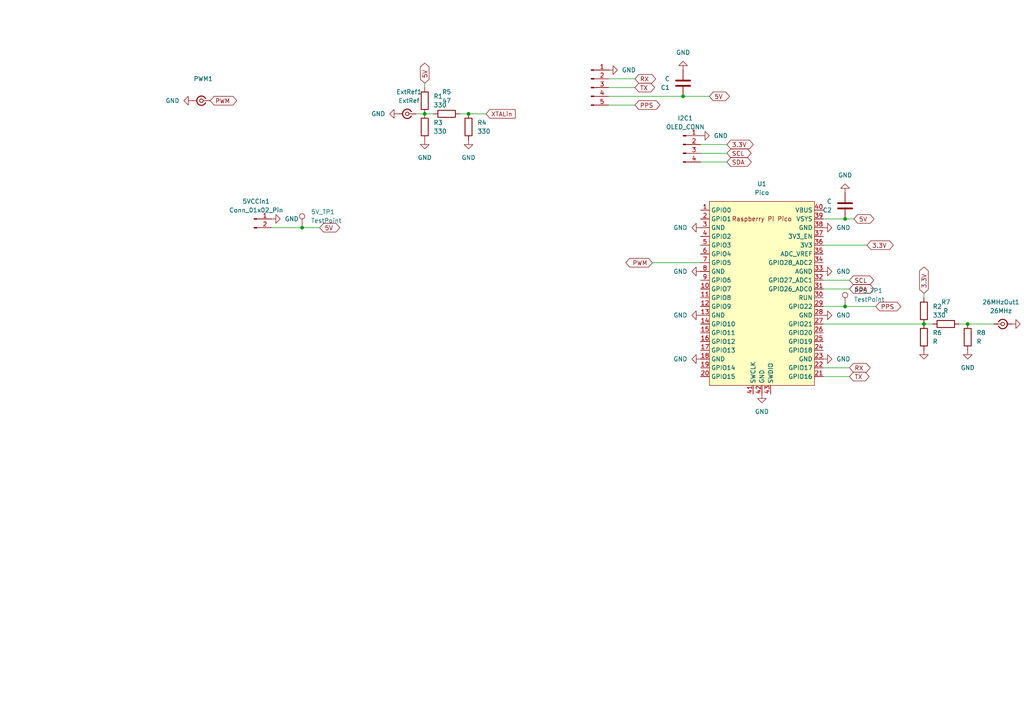
<source format=kicad_sch>
(kicad_sch (version 20231120) (generator "eeschema") (generator_version "8.0")
  (paper "A4")
  (lib_symbols
    (symbol "Connector:Conn_01x02_Pin" (pin_names (offset 1.016) hide)
      (property "Reference" "J" (at 0 2.54 0))
      (property "Value" "Conn_01x02_Pin" (at 0 -5.08 0))
      (symbol "Conn_01x02_Pin_1_1"
        (polyline (pts (xy 1.27 -2.54) (xy 0.8636 -2.54)) (stroke (width 0.1524)))
        (polyline (pts (xy 1.27 0) (xy 0.8636 0)) (stroke (width 0.1524)))
        (rectangle (start 0.8636 -2.413) (end 0 -2.667) (stroke (width 0.1524)) (fill (type outline)))
        (rectangle (start 0.8636 0.127) (end 0 -0.127) (stroke (width 0.1524)) (fill (type outline)))
        (pin passive line (at 5.08 0 180) (length 3.81) (name "Pin_1") (number "1"))
        (pin passive line (at 5.08 -2.54 180) (length 3.81) (name "Pin_2") (number "2"))
      )
    )
    (symbol "Connector:Conn_01x04_Pin" (pin_names (offset 1.016) hide)
      (property "Reference" "J" (at 0 5.08 0))
      (property "Value" "Conn_01x04_Pin" (at 0 -7.62 0))
      (symbol "Conn_01x04_Pin_1_1"
        (polyline (pts (xy 1.27 -5.08) (xy 0.8636 -5.08)) (stroke (width 0.1524)))
        (polyline (pts (xy 1.27 -2.54) (xy 0.8636 -2.54)) (stroke (width 0.1524)))
        (polyline (pts (xy 1.27 0) (xy 0.8636 0)) (stroke (width 0.1524)))
        (polyline (pts (xy 1.27 2.54) (xy 0.8636 2.54)) (stroke (width 0.1524)))
        (rectangle (start 0.8636 -4.953) (end 0 -5.207) (stroke (width 0.1524)) (fill (type outline)))
        (rectangle (start 0.8636 -2.413) (end 0 -2.667) (stroke (width 0.1524)) (fill (type outline)))
        (rectangle (start 0.8636 0.127) (end 0 -0.127) (stroke (width 0.1524)) (fill (type outline)))
        (rectangle (start 0.8636 2.667) (end 0 2.413) (stroke (width 0.1524)) (fill (type outline)))
        (pin passive line (at 5.08 2.54 180) (length 3.81) (name "Pin_1") (number "1"))
        (pin passive line (at 5.08 0 180) (length 3.81) (name "Pin_2") (number "2"))
        (pin passive line (at 5.08 -2.54 180) (length 3.81) (name "Pin_3") (number "3"))
        (pin passive line (at 5.08 -5.08 180) (length 3.81) (name "Pin_4") (number "4"))
      )
    )
    (symbol "Connector:Conn_01x05_Pin" (pin_names (offset 1.016) hide)
      (property "Reference" "J" (at 0 7.62 0))
      (property "Value" "Conn_01x05_Pin" (at 0 -7.62 0))
      (symbol "Conn_01x05_Pin_1_1"
        (polyline (pts (xy 1.27 -5.08) (xy 0.8636 -5.08)) (stroke (width 0.1524)))
        (polyline (pts (xy 1.27 -2.54) (xy 0.8636 -2.54)) (stroke (width 0.1524)))
        (polyline (pts (xy 1.27 0) (xy 0.8636 0)) (stroke (width 0.1524)))
        (polyline (pts (xy 1.27 2.54) (xy 0.8636 2.54)) (stroke (width 0.1524)))
        (polyline (pts (xy 1.27 5.08) (xy 0.8636 5.08)) (stroke (width 0.1524)))
        (rectangle (start 0.8636 -4.953) (end 0 -5.207) (stroke (width 0.1524)) (fill (type outline)))
        (rectangle (start 0.8636 -2.413) (end 0 -2.667) (stroke (width 0.1524)) (fill (type outline)))
        (rectangle (start 0.8636 0.127) (end 0 -0.127) (stroke (width 0.1524)) (fill (type outline)))
        (rectangle (start 0.8636 2.667) (end 0 2.413) (stroke (width 0.1524)) (fill (type outline)))
        (rectangle (start 0.8636 5.207) (end 0 4.953) (stroke (width 0.1524)) (fill (type outline)))
        (pin passive line (at 5.08 5.08 180) (length 3.81) (name "Pin_1") (number "1"))
        (pin passive line (at 5.08 2.54 180) (length 3.81) (name "Pin_2") (number "2"))
        (pin passive line (at 5.08 0 180) (length 3.81) (name "Pin_3") (number "3"))
        (pin passive line (at 5.08 -2.54 180) (length 3.81) (name "Pin_4") (number "4"))
        (pin passive line (at 5.08 -5.08 180) (length 3.81) (name "Pin_5") (number "5"))
      )
    )
    (symbol "Connector:Conn_Coaxial_Small" (pin_numbers hide) (pin_names (offset 1.016) hide)
      (property "Reference" "J" (at 0.254 3.048 0))
      (property "Value" "Conn_Coaxial_Small" (at 0 -3.81 0))
      (symbol "Conn_Coaxial_Small_0_1"
        (polyline (pts (xy -2.54 0) (xy -0.508 0)))
        (circle (center 0 0) (radius 0.508) (stroke (width 0.2032)))
      )
      (symbol "Conn_Coaxial_Small_1_1"
        (arc (start -1.1916 -0.6311) (mid 0.327 -1.3081) (end 1.3484 0.0039) (stroke (width 0.3048)))
        (arc (start 1.3484 -0.0039) (mid 0.327 1.3081) (end -1.1916 0.6311) (stroke (width 0.3048)))
        (pin passive line (at -2.54 0 0) (length 1.27) (name "In") (number "1"))
        (pin passive line (at 2.54 0 180) (length 1.27) (name "Ext") (number "2"))
      )
    )
    (symbol "Connector:TestPoint" (pin_numbers hide) (pin_names (offset 0.762) hide)
      (property "Reference" "TP" (at 0 6.858 0))
      (property "Value" "TestPoint" (at 0 5.08 0))
      (symbol "TestPoint_0_1"
        (circle (center 0 3.302) (radius 0.762))
      )
      (symbol "TestPoint_1_1"
        (pin passive line (at 0 0 90) (length 2.54) (name "1") (number "1"))
      )
    )
    (symbol "Device:C" (pin_numbers hide) (pin_names (offset 0.254))
      (property "Reference" "C" (at 0.635 2.54 0))
      (property "Value" "C" (at 0.635 -2.54 0))
      (symbol "C_0_1"
        (polyline (pts (xy -2.032 -0.762) (xy 2.032 -0.762)) (stroke (width 0.508)))
        (polyline (pts (xy -2.032 0.762) (xy 2.032 0.762)) (stroke (width 0.508)))
      )
      (symbol "C_1_1"
        (pin passive line (at 0 3.81 270) (length 2.794) (name "~") (number "1"))
        (pin passive line (at 0 -3.81 90) (length 2.794) (name "~") (number "2"))
      )
    )
    (symbol "Device:R" (pin_numbers hide) (pin_names (offset 0))
      (property "Reference" "R" (at 2.032 0 90))
      (property "Value" "R" (at 0 0 90))
      (symbol "R_0_1"
        (rectangle (start -1.016 -2.54) (end 1.016 2.54) (stroke (width 0.254)))
      )
      (symbol "R_1_1"
        (pin passive line (at 0 3.81 270) (length 1.27) (name "~") (number "1"))
        (pin passive line (at 0 -3.81 90) (length 1.27) (name "~") (number "2"))
      )
    )
    (symbol "MCU_RaspberryPi_and_Boards:Pico"
      (property "Reference" "U" (at -13.97 27.94 0))
      (property "Value" "Pico" (at 0 19.05 0))
      (symbol "Pico_0_0"
        (text "Raspberry Pi Pico" (at 0 21.59 0) (effects (font (size 1.27 1.27))))
      )
      (symbol "Pico_0_1"
        (rectangle (start -15.24 26.67) (end 15.24 -26.67) (fill (type background)))
      )
      (symbol "Pico_1_1"
        (pin bidirectional line (at -17.78 24.13 0) (length 2.54) (name "GPIO0") (number "1"))
        (pin bidirectional line (at -17.78 1.27 0) (length 2.54) (name "GPIO7") (number "10"))
        (pin bidirectional line (at -17.78 -1.27 0) (length 2.54) (name "GPIO8") (number "11"))
        (pin bidirectional line (at -17.78 -3.81 0) (length 2.54) (name "GPIO9") (number "12"))
        (pin power_in line (at -17.78 -6.35 0) (length 2.54) (name "GND") (number "13"))
        (pin bidirectional line (at -17.78 -8.89 0) (length 2.54) (name "GPIO10") (number "14"))
        (pin bidirectional line (at -17.78 -11.43 0) (length 2.54) (name "GPIO11") (number "15"))
        (pin bidirectional line (at -17.78 -13.97 0) (length 2.54) (name "GPIO12") (number "16"))
        (pin bidirectional line (at -17.78 -16.51 0) (length 2.54) (name "GPIO13") (number "17"))
        (pin power_in line (at -17.78 -19.05 0) (length 2.54) (name "GND") (number "18"))
        (pin bidirectional line (at -17.78 -21.59 0) (length 2.54) (name "GPIO14") (number "19"))
        (pin bidirectional line (at -17.78 21.59 0) (length 2.54) (name "GPIO1") (number "2"))
        (pin bidirectional line (at -17.78 -24.13 0) (length 2.54) (name "GPIO15") (number "20"))
        (pin bidirectional line (at 17.78 -24.13 180) (length 2.54) (name "GPIO16") (number "21"))
        (pin bidirectional line (at 17.78 -21.59 180) (length 2.54) (name "GPIO17") (number "22"))
        (pin power_in line (at 17.78 -19.05 180) (length 2.54) (name "GND") (number "23"))
        (pin bidirectional line (at 17.78 -16.51 180) (length 2.54) (name "GPIO18") (number "24"))
        (pin bidirectional line (at 17.78 -13.97 180) (length 2.54) (name "GPIO19") (number "25"))
        (pin bidirectional line (at 17.78 -11.43 180) (length 2.54) (name "GPIO20") (number "26"))
        (pin bidirectional line (at 17.78 -8.89 180) (length 2.54) (name "GPIO21") (number "27"))
        (pin power_in line (at 17.78 -6.35 180) (length 2.54) (name "GND") (number "28"))
        (pin bidirectional line (at 17.78 -3.81 180) (length 2.54) (name "GPIO22") (number "29"))
        (pin power_in line (at -17.78 19.05 0) (length 2.54) (name "GND") (number "3"))
        (pin input line (at 17.78 -1.27 180) (length 2.54) (name "RUN") (number "30"))
        (pin bidirectional line (at 17.78 1.27 180) (length 2.54) (name "GPIO26_ADC0") (number "31"))
        (pin bidirectional line (at 17.78 3.81 180) (length 2.54) (name "GPIO27_ADC1") (number "32"))
        (pin power_in line (at 17.78 6.35 180) (length 2.54) (name "AGND") (number "33"))
        (pin bidirectional line (at 17.78 8.89 180) (length 2.54) (name "GPIO28_ADC2") (number "34"))
        (pin power_in line (at 17.78 11.43 180) (length 2.54) (name "ADC_VREF") (number "35"))
        (pin power_in line (at 17.78 13.97 180) (length 2.54) (name "3V3") (number "36"))
        (pin input line (at 17.78 16.51 180) (length 2.54) (name "3V3_EN") (number "37"))
        (pin bidirectional line (at 17.78 19.05 180) (length 2.54) (name "GND") (number "38"))
        (pin power_in line (at 17.78 21.59 180) (length 2.54) (name "VSYS") (number "39"))
        (pin bidirectional line (at -17.78 16.51 0) (length 2.54) (name "GPIO2") (number "4"))
        (pin power_in line (at 17.78 24.13 180) (length 2.54) (name "VBUS") (number "40"))
        (pin input line (at -2.54 -29.21 90) (length 2.54) (name "SWCLK") (number "41"))
        (pin power_in line (at 0 -29.21 90) (length 2.54) (name "GND") (number "42"))
        (pin bidirectional line (at 2.54 -29.21 90) (length 2.54) (name "SWDIO") (number "43"))
        (pin bidirectional line (at -17.78 13.97 0) (length 2.54) (name "GPIO3") (number "5"))
        (pin bidirectional line (at -17.78 11.43 0) (length 2.54) (name "GPIO4") (number "6"))
        (pin bidirectional line (at -17.78 8.89 0) (length 2.54) (name "GPIO5") (number "7"))
        (pin power_in line (at -17.78 6.35 0) (length 2.54) (name "GND") (number "8"))
        (pin bidirectional line (at -17.78 3.81 0) (length 2.54) (name "GPIO6") (number "9"))
      )
    )
    (symbol "power:GND" (power) (pin_numbers hide) (pin_names (offset 0) hide)
      (property "Value" "GND" (at 0 -3.81 0))
      (symbol "GND_0_1"
        (polyline (pts (xy 0 0) (xy 0 -1.27) (xy 1.27 -1.27) (xy 0 -2.54) (xy -1.27 -1.27) (xy 0 -1.27)))
      )
      (symbol "GND_1_1"
        (pin power_in line (at 0 0 270) (length 0) (name "~") (number "1"))
      )
    )
  )
  (junction (at 135.89 33.02))
  (junction (at 280.67 93.98))
  (junction (at 123.19 33.02))
  (junction (at 87.63 66.04))
  (junction (at 245.11 63.5))
  (junction (at 267.97 93.98))
  (junction (at 245.11 88.9))
  (junction (at 198.12 27.94))
  (wire (pts (xy 176.53 27.94) (xy 198.12 27.94)))
  (wire (pts (xy 238.76 93.98) (xy 267.97 93.98)))
  (wire (pts (xy 245.11 88.9) (xy 254 88.9)))
  (wire (pts (xy 176.53 30.48) (xy 184.15 30.48)))
  (wire (pts (xy 120.65 33.02) (xy 123.19 33.02)))
  (wire (pts (xy 280.67 93.98) (xy 288.29 93.98)))
  (wire (pts (xy 267.97 85.09) (xy 267.97 86.36)))
  (wire (pts (xy 123.19 33.02) (xy 125.73 33.02)))
  (wire (pts (xy 238.76 106.68) (xy 246.38 106.68)))
  (wire (pts (xy 87.63 66.04) (xy 78.74 66.04)))
  (wire (pts (xy 238.76 81.28) (xy 246.38 81.28)))
  (wire (pts (xy 238.76 88.9) (xy 245.11 88.9)))
  (wire (pts (xy 135.89 33.02) (xy 140.97 33.02)))
  (wire (pts (xy 238.76 83.82) (xy 246.38 83.82)))
  (wire (pts (xy 238.76 71.12) (xy 251.46 71.12)))
  (wire (pts (xy 123.19 24.13) (xy 123.19 25.4)))
  (wire (pts (xy 176.53 25.4) (xy 184.15 25.4)))
  (wire (pts (xy 203.2 41.91) (xy 210.82 41.91)))
  (wire (pts (xy 245.11 63.5) (xy 247.65 63.5)))
  (wire (pts (xy 238.76 63.5) (xy 245.11 63.5)))
  (wire (pts (xy 176.53 22.86) (xy 184.15 22.86)))
  (wire (pts (xy 189.23 76.2) (xy 203.2 76.2)))
  (wire (pts (xy 198.12 27.94) (xy 205.74 27.94)))
  (wire (pts (xy 278.13 93.98) (xy 280.67 93.98)))
  (wire (pts (xy 238.76 109.22) (xy 246.38 109.22)))
  (wire (pts (xy 203.2 46.99) (xy 210.82 46.99)))
  (wire (pts (xy 133.35 33.02) (xy 135.89 33.02)))
  (wire (pts (xy 203.2 44.45) (xy 210.82 44.45)))
  (wire (pts (xy 92.71 66.04) (xy 87.63 66.04)))
  (wire (pts (xy 267.97 93.98) (xy 270.51 93.98)))
  (global_label "PWM" (shape bidirectional) (at 60.96 29.21 0) (property "Intersheetrefs" "${INTERSHEET_REFS}" (effects (hide yes))))
  (global_label "SDA" (shape bidirectional) (at 210.82 46.99 0) (property "Intersheetrefs" "${INTERSHEET_REFS}" (effects (hide yes))))
  (global_label "SDA" (shape bidirectional) (at 246.38 83.82 0) (property "Intersheetrefs" "${INTERSHEET_REFS}" (effects (hide yes))))
  (global_label "5V" (shape bidirectional) (at 123.19 24.13 90) (property "Intersheetrefs" "${INTERSHEET_REFS}" (effects (hide yes))))
  (global_label "5V" (shape bidirectional) (at 205.74 27.94 0) (property "Intersheetrefs" "${INTERSHEET_REFS}" (effects (hide yes))))
  (global_label "SCL" (shape bidirectional) (at 210.82 44.45 0) (property "Intersheetrefs" "${INTERSHEET_REFS}" (effects (hide yes))))
  (global_label "3.3V" (shape bidirectional) (at 251.46 71.12 0) (property "Intersheetrefs" "${INTERSHEET_REFS}" (effects (hide yes))))
  (global_label "3.3V" (shape bidirectional) (at 267.97 85.09 90) (property "Intersheetrefs" "${INTERSHEET_REFS}" (effects (hide yes))))
  (global_label "TX" (shape bidirectional) (at 184.15 25.4 0) (property "Intersheetrefs" "${INTERSHEET_REFS}" (effects (hide yes))))
  (global_label "3.3V" (shape bidirectional) (at 210.82 41.91 0) (property "Intersheetrefs" "${INTERSHEET_REFS}" (effects (hide yes))))
  (global_label "PWM" (shape bidirectional) (at 189.23 76.2 180) (property "Intersheetrefs" "${INTERSHEET_REFS}" (effects (hide yes))))
  (global_label "SCL" (shape bidirectional) (at 246.38 81.28 0) (property "Intersheetrefs" "${INTERSHEET_REFS}" (effects (hide yes))))
  (global_label "5V" (shape bidirectional) (at 92.71 66.04 0) (property "Intersheetrefs" "${INTERSHEET_REFS}" (effects (hide yes))))
  (global_label "5V" (shape bidirectional) (at 247.65 63.5 0) (property "Intersheetrefs" "${INTERSHEET_REFS}" (effects (hide yes))))
  (global_label "RX" (shape bidirectional) (at 246.38 106.68 0) (property "Intersheetrefs" "${INTERSHEET_REFS}" (effects (hide yes))))
  (global_label "RX" (shape bidirectional) (at 184.15 22.86 0) (property "Intersheetrefs" "${INTERSHEET_REFS}" (effects (hide yes))))
  (global_label "XTALin" (shape input) (at 140.97 33.02 0) (property "Intersheetrefs" "${INTERSHEET_REFS}" (effects (hide yes))))
  (global_label "PPS" (shape bidirectional) (at 184.15 30.48 0) (property "Intersheetrefs" "${INTERSHEET_REFS}" (effects (hide yes))))
  (global_label "PPS" (shape bidirectional) (at 254 88.9 0) (property "Intersheetrefs" "${INTERSHEET_REFS}" (effects (hide yes))))
  (global_label "TX" (shape bidirectional) (at 246.38 109.22 0) (property "Intersheetrefs" "${INTERSHEET_REFS}" (effects (hide yes))))
  (symbol (lib_id "Device:R") (at 274.32 93.98 270) (unit 1)
    (property "Reference" "R7" (at 274.32 87.63 90))
    (property "Value" "R" (at 274.32 90.17 90))
    (property "Footprint" "Resistor_SMD:R_1210_3225Metric_Pad1.30x2.65mm_HandSolder" (effects (hide yes)))
    (property "Description" "Resistor" (effects (hide yes)))
  )
  (symbol (lib_id "Device:R") (at 280.67 97.79 180) (unit 1)
    (property "Reference" "R8" (at 283.21 96.5199 0) (effects (justify right)))
    (property "Value" "R" (at 283.21 99.0599 0) (effects (justify right)))
    (property "Footprint" "Resistor_SMD:R_1210_3225Metric_Pad1.30x2.65mm_HandSolder" (effects (hide yes)))
    (property "Description" "Resistor" (effects (hide yes)))
  )
  (symbol (lib_id "MCU_RaspberryPi_and_Boards:Pico") (at 220.98 85.09 0) (unit 1)
    (property "Reference" "U1" (at 220.98 53.34 0))
    (property "Value" "Pico" (at 220.98 55.88 0))
    (property "Footprint" "gibbi_custom:RPi_Pico_SMD_TH_NO_SILK_NO_HOLE" (effects (hide yes)))
  )
  (symbol (lib_id "Connector:Conn_01x02_Pin") (at 73.66 63.5 0) (unit 1)
    (property "Reference" "5VCCin1" (at 74.295 58.42 0))
    (property "Value" "Conn_01x02_Pin" (at 74.295 60.96 0))
    (property "Footprint" "gibbi_custom:PinHeader_1x02_5VIN" (effects (hide yes)))
    (property "Description" "Generic connector, single row, 01x02, script generated" (effects (hide yes)))
  )
  (symbol (lib_id "power:GND") (at 78.74 63.5 90) (unit 1)
    (property "Reference" "#PWR026" (effects (hide yes)))
    (property "Value" "GND" (at 82.55 63.4999 90) (effects (justify right)))
    (property "Description" "Power symbol creates a global label with name \"GND\" , ground" (effects (hide yes)))
  )
  (symbol (lib_id "Connector:Conn_01x05_Pin") (at 171.45 25.4 0) (unit 1)
    (property "Reference" "GPS_UART1" (effects (hide yes)))
    (property "Value" "9600" (effects (hide yes)))
    (property "Footprint" "gibbi_custom:GPS_HEADER" (effects (hide yes)))
    (property "Description" "Generic connector, single row, 01x05, script generated" (effects (hide yes)))
  )
  (symbol (lib_id "power:GND") (at 267.97 101.6 0) (unit 1)
    (property "Reference" "#PWR016" (effects (hide yes)))
    (property "Value" "GND" (effects (hide yes)))
    (property "Description" "Power symbol creates a global label with name \"GND\" , ground" (effects (hide yes)))
  )
  (symbol (lib_id "power:GND") (at 238.76 66.04 90) (unit 1)
    (property "Reference" "#PWR05" (effects (hide yes)))
    (property "Value" "GND" (at 242.57 66.0399 90) (effects (justify right)))
    (property "Description" "Power symbol creates a global label with name \"GND\" , ground" (effects (hide yes)))
  )
  (symbol (lib_id "power:GND") (at 245.11 55.88 180) (unit 1)
    (property "Reference" "#PWR02" (effects (hide yes)))
    (property "Value" "GND" (at 245.11 50.8 0))
    (property "Description" "Power symbol creates a global label with name \"GND\" , ground" (effects (hide yes)))
  )
  (symbol (lib_id "Device:R") (at 267.97 97.79 180) (unit 1)
    (property "Reference" "R6" (at 270.51 96.5199 0) (effects (justify right)))
    (property "Value" "R" (at 270.51 99.0599 0) (effects (justify right)))
    (property "Footprint" "Resistor_SMD:R_1210_3225Metric_Pad1.30x2.65mm_HandSolder" (effects (hide yes)))
    (property "Description" "Resistor" (effects (hide yes)))
  )
  (symbol (lib_id "Connector:Conn_01x04_Pin") (at 198.12 41.91 0) (unit 1)
    (property "Reference" "I2C1" (at 198.755 34.29 0))
    (property "Value" "OLED_CONN" (at 198.755 36.83 0))
    (property "Footprint" "SSD1306:128x64OLED" (effects (hide yes)))
    (property "Description" "Generic connector, single row, 01x04, script generated" (effects (hide yes)))
  )
  (symbol (lib_id "power:GND") (at 55.88 29.21 270) (unit 1)
    (property "Reference" "#PWR022" (effects (hide yes)))
    (property "Value" "GND" (at 52.07 29.2099 90) (effects (justify right)))
    (property "Description" "Power symbol creates a global label with name \"GND\" , ground" (effects (hide yes)))
  )
  (symbol (lib_id "power:GND") (at 293.37 93.98 90) (unit 1)
    (property "Reference" "#PWR013" (effects (hide yes)))
    (property "Value" "GND" (at 297.18 93.9801 90) (effects (justify right)))
    (property "Description" "Power symbol creates a global label with name \"GND\" , ground" (effects (hide yes)))
  )
  (symbol (lib_id "Connector:TestPoint") (at 245.11 88.9 0) (unit 1)
    (property "Reference" "PPS_TP1" (at 247.65 84.3279 0) (effects (justify left)))
    (property "Value" "TestPoint" (at 247.65 86.8679 0) (effects (justify left)))
    (property "Footprint" "TestPoint:TestPoint_Pad_D2.0mm" (effects (hide yes)))
    (property "Description" "test point" (effects (hide yes)))
  )
  (symbol (lib_id "power:GND") (at 203.2 39.37 90) (unit 1)
    (property "Reference" "#PWR018" (effects (hide yes)))
    (property "Value" "GND" (at 207.01 39.3699 90) (effects (justify right)))
    (property "Description" "Power symbol creates a global label with name \"GND\" , ground" (effects (hide yes)))
  )
  (symbol (lib_id "Device:C") (at 198.12 24.13 180) (unit 1)
    (property "Reference" "C1" (at 194.31 25.4001 0) (effects (justify left)))
    (property "Value" "C" (at 194.31 22.8601 0) (effects (justify left)))
    (property "Footprint" "Capacitor_SMD:C_1210_3225Metric_Pad1.33x2.70mm_HandSolder" (effects (hide yes)))
    (property "Description" "Unpolarized capacitor" (effects (hide yes)))
  )
  (symbol (lib_id "power:GND") (at 238.76 104.14 90) (unit 1)
    (property "Reference" "#PWR011" (effects (hide yes)))
    (property "Value" "GND" (at 242.57 104.1399 90) (effects (justify right)))
    (property "Description" "Power symbol creates a global label with name \"GND\" , ground" (effects (hide yes)))
  )
  (symbol (lib_id "power:GND") (at 238.76 91.44 90) (unit 1)
    (property "Reference" "#PWR07" (effects (hide yes)))
    (property "Value" "GND" (at 242.57 91.4399 90) (effects (justify right)))
    (property "Description" "Power symbol creates a global label with name \"GND\" , ground" (effects (hide yes)))
  )
  (symbol (lib_id "power:GND") (at 203.2 78.74 270) (unit 1)
    (property "Reference" "#PWR06" (effects (hide yes)))
    (property "Value" "GND" (at 199.39 78.7399 90) (effects (justify right)))
    (property "Description" "Power symbol creates a global label with name \"GND\" , ground" (effects (hide yes)))
  )
  (symbol (lib_id "Device:R") (at 267.97 90.17 0) (unit 1)
    (property "Reference" "R2" (at 270.51 88.8999 0) (effects (justify left)))
    (property "Value" "330" (at 270.51 91.4399 0) (effects (justify left)))
    (property "Footprint" "Resistor_SMD:R_1210_3225Metric_Pad1.30x2.65mm_HandSolder" (effects (hide yes)))
    (property "Description" "Resistor" (effects (hide yes)))
  )
  (symbol (lib_id "Connector:Conn_Coaxial_Small") (at 58.42 29.21 180) (unit 1)
    (property "Reference" "PWM1" (at 58.9395 22.86 0))
    (property "Value" "PWM" (effects (hide yes)))
    (property "Footprint" "gibbi_custom:SMA_EDGE_GIBBI" (effects (hide yes)))
    (property "Description" "small coaxial connector (BNC, SMA, SMB, SMC, Cinch/RCA, LEMO, ...)" (effects (hide yes)))
  )
  (symbol (lib_id "power:GND") (at 203.2 104.14 270) (unit 1)
    (property "Reference" "#PWR09" (effects (hide yes)))
    (property "Value" "GND" (at 199.39 104.1399 90) (effects (justify right)))
    (property "Description" "Power symbol creates a global label with name \"GND\" , ground" (effects (hide yes)))
  )
  (symbol (lib_id "Device:R") (at 129.54 33.02 270) (unit 1)
    (property "Reference" "R5" (at 129.54 26.67 90))
    (property "Value" "47" (at 129.54 29.21 90))
    (property "Footprint" "Resistor_SMD:R_1210_3225Metric_Pad1.30x2.65mm_HandSolder" (effects (hide yes)))
    (property "Description" "Resistor" (effects (hide yes)))
  )
  (symbol (lib_id "Device:R") (at 123.19 36.83 180) (unit 1)
    (property "Reference" "R3" (at 125.73 35.5599 0) (effects (justify right)))
    (property "Value" "330" (at 125.73 38.0999 0) (effects (justify right)))
    (property "Footprint" "Resistor_SMD:R_1210_3225Metric_Pad1.30x2.65mm_HandSolder" (effects (hide yes)))
    (property "Description" "Resistor" (effects (hide yes)))
  )
  (symbol (lib_id "Connector:Conn_Coaxial_Small") (at 290.83 93.98 0) (unit 1)
    (property "Reference" "26MHzOut1" (at 290.3104 87.63 0))
    (property "Value" "26MHz" (at 290.3104 90.17 0))
    (property "Footprint" "gibbi_custom:SMA_EDGE_GIBBI" (effects (hide yes)))
    (property "Description" "small coaxial connector (BNC, SMA, SMB, SMC, Cinch/RCA, LEMO, ...)" (effects (hide yes)))
  )
  (symbol (lib_id "power:GND") (at 135.89 40.64 0) (unit 1)
    (property "Reference" "#PWR015" (effects (hide yes)))
    (property "Value" "GND" (at 135.89 45.72 0))
    (property "Description" "Power symbol creates a global label with name \"GND\" , ground" (effects (hide yes)))
  )
  (symbol (lib_id "Connector:Conn_Coaxial_Small") (at 118.11 33.02 180) (unit 1)
    (property "Reference" "ExtRef1" (at 118.6295 26.67 0))
    (property "Value" "ExtRef" (at 118.6295 29.21 0))
    (property "Footprint" "gibbi_custom:SMA_EDGE_GIBBI" (effects (hide yes)))
    (property "Description" "small coaxial connector (BNC, SMA, SMB, SMC, Cinch/RCA, LEMO, ...)" (effects (hide yes)))
  )
  (symbol (lib_id "power:GND") (at 115.57 33.02 270) (unit 1)
    (property "Reference" "#PWR012" (effects (hide yes)))
    (property "Value" "GND" (at 111.76 33.0199 90) (effects (justify right)))
    (property "Description" "Power symbol creates a global label with name \"GND\" , ground" (effects (hide yes)))
  )
  (symbol (lib_id "power:GND") (at 123.19 40.64 0) (unit 1)
    (property "Reference" "#PWR014" (effects (hide yes)))
    (property "Value" "GND" (at 123.19 45.72 0))
    (property "Description" "Power symbol creates a global label with name \"GND\" , ground" (effects (hide yes)))
  )
  (symbol (lib_id "power:GND") (at 280.67 101.6 0) (unit 1)
    (property "Reference" "#PWR017" (effects (hide yes)))
    (property "Value" "GND" (at 280.67 106.68 0))
    (property "Description" "Power symbol creates a global label with name \"GND\" , ground" (effects (hide yes)))
  )
  (symbol (lib_id "Device:C") (at 245.11 59.69 180) (unit 1)
    (property "Reference" "C2" (at 241.3 60.9601 0) (effects (justify left)))
    (property "Value" "C" (at 241.3 58.4201 0) (effects (justify left)))
    (property "Footprint" "Capacitor_SMD:C_1210_3225Metric_Pad1.33x2.70mm_HandSolder" (effects (hide yes)))
    (property "Description" "Unpolarized capacitor" (effects (hide yes)))
  )
  (symbol (lib_id "Device:R") (at 135.89 36.83 180) (unit 1)
    (property "Reference" "R4" (at 138.43 35.5599 0) (effects (justify right)))
    (property "Value" "330" (at 138.43 38.0999 0) (effects (justify right)))
    (property "Footprint" "Resistor_SMD:R_1210_3225Metric_Pad1.30x2.65mm_HandSolder" (effects (hide yes)))
    (property "Description" "Resistor" (effects (hide yes)))
  )
  (symbol (lib_id "Connector:TestPoint") (at 87.63 66.04 0) (unit 1)
    (property "Reference" "5V_TP1" (at 90.17 61.4679 0) (effects (justify left)))
    (property "Value" "TestPoint" (at 90.17 64.0079 0) (effects (justify left)))
    (property "Footprint" "TestPoint:TestPoint_Pad_D2.0mm" (effects (hide yes)))
    (property "Description" "test point" (effects (hide yes)))
  )
  (symbol (lib_id "Device:R") (at 123.19 29.21 0) (unit 1)
    (property "Reference" "R1" (at 125.73 27.9399 0) (effects (justify left)))
    (property "Value" "330" (at 125.73 30.4799 0) (effects (justify left)))
    (property "Footprint" "Resistor_SMD:R_1210_3225Metric_Pad1.30x2.65mm_HandSolder" (effects (hide yes)))
    (property "Description" "Resistor" (effects (hide yes)))
  )
  (symbol (lib_id "power:GND") (at 198.12 20.32 180) (unit 1)
    (property "Reference" "#PWR01" (effects (hide yes)))
    (property "Value" "GND" (at 198.12 15.24 0))
    (property "Description" "Power symbol creates a global label with name \"GND\" , ground" (effects (hide yes)))
  )
  (symbol (lib_id "power:GND") (at 238.76 78.74 90) (unit 1)
    (property "Reference" "#PWR034" (effects (hide yes)))
    (property "Value" "GND" (at 242.57 78.7399 90) (effects (justify right)))
    (property "Description" "Power symbol creates a global label with name \"GND\" , ground" (effects (hide yes)))
  )
  (symbol (lib_id "power:GND") (at 203.2 66.04 270) (unit 1)
    (property "Reference" "#PWR04" (effects (hide yes)))
    (property "Value" "GND" (at 199.39 66.0399 90) (effects (justify right)))
    (property "Description" "Power symbol creates a global label with name \"GND\" , ground" (effects (hide yes)))
  )
  (symbol (lib_id "power:GND") (at 220.98 114.3 0) (unit 1)
    (property "Reference" "#PWR010" (effects (hide yes)))
    (property "Value" "GND" (at 220.98 119.38 0))
    (property "Description" "Power symbol creates a global label with name \"GND\" , ground" (effects (hide yes)))
  )
  (symbol (lib_id "power:GND") (at 203.2 91.44 270) (unit 1)
    (property "Reference" "#PWR08" (effects (hide yes)))
    (property "Value" "GND" (at 199.39 91.4399 90) (effects (justify right)))
    (property "Description" "Power symbol creates a global label with name \"GND\" , ground" (effects (hide yes)))
  )
  (symbol (lib_id "power:GND") (at 176.53 20.32 90) (unit 1)
    (property "Reference" "#PWR027" (effects (hide yes)))
    (property "Value" "GND" (at 180.34 20.3199 90) (effects (justify right)))
    (property "Description" "Power symbol creates a global label with name \"GND\" , ground" (effects (hide yes)))
  )
)
</source>
